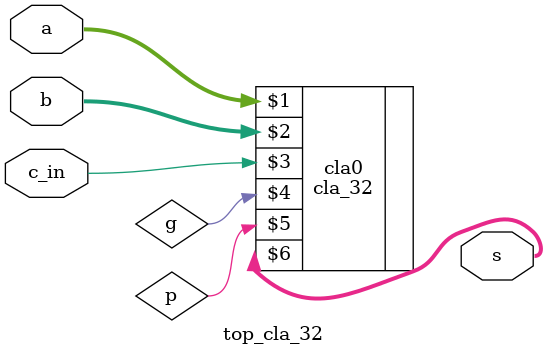
<source format=v>
`timescale 1ns / 1ps
module top_cla_32(
			input [31:0] a, b, //input A and B
			input c_in, //the carry num
//			output c_out, // the carry num of result
			output [31:0] s //result
    );

wire g, p;
cla_32 cla0(a, b, c_in, g, p, s);
//assign c_out = g | p & c_in;
endmodule

</source>
